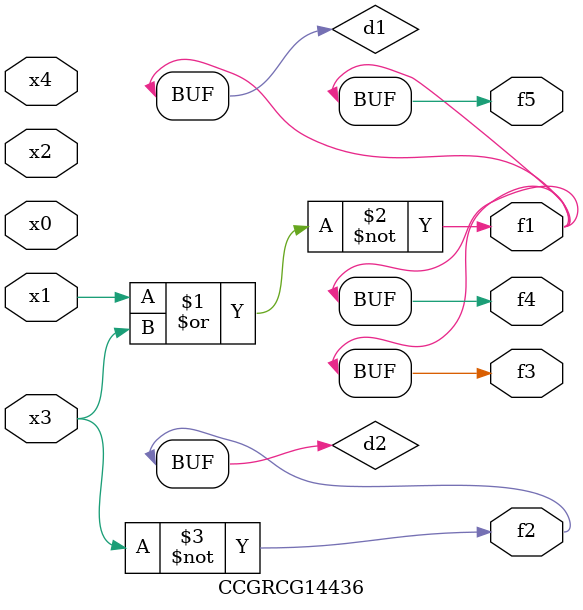
<source format=v>
module CCGRCG14436(
	input x0, x1, x2, x3, x4,
	output f1, f2, f3, f4, f5
);

	wire d1, d2;

	nor (d1, x1, x3);
	not (d2, x3);
	assign f1 = d1;
	assign f2 = d2;
	assign f3 = d1;
	assign f4 = d1;
	assign f5 = d1;
endmodule

</source>
